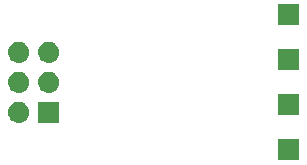
<source format=gbr>
G04 #@! TF.GenerationSoftware,KiCad,Pcbnew,5.0.1*
G04 #@! TF.CreationDate,2019-03-16T14:53:00+03:00*
G04 #@! TF.ProjectId,smartpoi,736D617274706F692E6B696361645F70,rev?*
G04 #@! TF.SameCoordinates,Original*
G04 #@! TF.FileFunction,Soldermask,Bot*
G04 #@! TF.FilePolarity,Negative*
%FSLAX46Y46*%
G04 Gerber Fmt 4.6, Leading zero omitted, Abs format (unit mm)*
G04 Created by KiCad (PCBNEW 5.0.1) date Сб 16 мар 2019 14:53:00*
%MOMM*%
%LPD*%
G01*
G04 APERTURE LIST*
%ADD10C,0.100000*%
G04 APERTURE END LIST*
D10*
G36*
X132981000Y-96151000D02*
X131179000Y-96151000D01*
X131179000Y-94349000D01*
X132981000Y-94349000D01*
X132981000Y-96151000D01*
X132981000Y-96151000D01*
G37*
G36*
X112661000Y-92976000D02*
X110859000Y-92976000D01*
X110859000Y-91174000D01*
X112661000Y-91174000D01*
X112661000Y-92976000D01*
X112661000Y-92976000D01*
G37*
G36*
X109330442Y-91180518D02*
X109396627Y-91187037D01*
X109509853Y-91221384D01*
X109566467Y-91238557D01*
X109705087Y-91312652D01*
X109722991Y-91322222D01*
X109758729Y-91351552D01*
X109860186Y-91434814D01*
X109943448Y-91536271D01*
X109972778Y-91572009D01*
X109972779Y-91572011D01*
X110056443Y-91728533D01*
X110056443Y-91728534D01*
X110107963Y-91898373D01*
X110125359Y-92075000D01*
X110107963Y-92251627D01*
X110080852Y-92341000D01*
X110056443Y-92421467D01*
X109982348Y-92560087D01*
X109972778Y-92577991D01*
X109943448Y-92613729D01*
X109860186Y-92715186D01*
X109758729Y-92798448D01*
X109722991Y-92827778D01*
X109722989Y-92827779D01*
X109566467Y-92911443D01*
X109509853Y-92928616D01*
X109396627Y-92962963D01*
X109330442Y-92969482D01*
X109264260Y-92976000D01*
X109175740Y-92976000D01*
X109109558Y-92969482D01*
X109043373Y-92962963D01*
X108930147Y-92928616D01*
X108873533Y-92911443D01*
X108717011Y-92827779D01*
X108717009Y-92827778D01*
X108681271Y-92798448D01*
X108579814Y-92715186D01*
X108496552Y-92613729D01*
X108467222Y-92577991D01*
X108457652Y-92560087D01*
X108383557Y-92421467D01*
X108359148Y-92341000D01*
X108332037Y-92251627D01*
X108314641Y-92075000D01*
X108332037Y-91898373D01*
X108383557Y-91728534D01*
X108383557Y-91728533D01*
X108467221Y-91572011D01*
X108467222Y-91572009D01*
X108496552Y-91536271D01*
X108579814Y-91434814D01*
X108681271Y-91351552D01*
X108717009Y-91322222D01*
X108734913Y-91312652D01*
X108873533Y-91238557D01*
X108930147Y-91221384D01*
X109043373Y-91187037D01*
X109109558Y-91180518D01*
X109175740Y-91174000D01*
X109264260Y-91174000D01*
X109330442Y-91180518D01*
X109330442Y-91180518D01*
G37*
G36*
X132981000Y-92341000D02*
X131179000Y-92341000D01*
X131179000Y-90539000D01*
X132981000Y-90539000D01*
X132981000Y-92341000D01*
X132981000Y-92341000D01*
G37*
G36*
X109330443Y-88640519D02*
X109396627Y-88647037D01*
X109509853Y-88681384D01*
X109566467Y-88698557D01*
X109705087Y-88772652D01*
X109722991Y-88782222D01*
X109758729Y-88811552D01*
X109860186Y-88894814D01*
X109943448Y-88996271D01*
X109972778Y-89032009D01*
X109972779Y-89032011D01*
X110056443Y-89188533D01*
X110056443Y-89188534D01*
X110107963Y-89358373D01*
X110125359Y-89535000D01*
X110107963Y-89711627D01*
X110073616Y-89824853D01*
X110056443Y-89881467D01*
X109982348Y-90020087D01*
X109972778Y-90037991D01*
X109943448Y-90073729D01*
X109860186Y-90175186D01*
X109758729Y-90258448D01*
X109722991Y-90287778D01*
X109722989Y-90287779D01*
X109566467Y-90371443D01*
X109509853Y-90388616D01*
X109396627Y-90422963D01*
X109330443Y-90429481D01*
X109264260Y-90436000D01*
X109175740Y-90436000D01*
X109109557Y-90429481D01*
X109043373Y-90422963D01*
X108930147Y-90388616D01*
X108873533Y-90371443D01*
X108717011Y-90287779D01*
X108717009Y-90287778D01*
X108681271Y-90258448D01*
X108579814Y-90175186D01*
X108496552Y-90073729D01*
X108467222Y-90037991D01*
X108457652Y-90020087D01*
X108383557Y-89881467D01*
X108366384Y-89824853D01*
X108332037Y-89711627D01*
X108314641Y-89535000D01*
X108332037Y-89358373D01*
X108383557Y-89188534D01*
X108383557Y-89188533D01*
X108467221Y-89032011D01*
X108467222Y-89032009D01*
X108496552Y-88996271D01*
X108579814Y-88894814D01*
X108681271Y-88811552D01*
X108717009Y-88782222D01*
X108734913Y-88772652D01*
X108873533Y-88698557D01*
X108930147Y-88681384D01*
X109043373Y-88647037D01*
X109109557Y-88640519D01*
X109175740Y-88634000D01*
X109264260Y-88634000D01*
X109330443Y-88640519D01*
X109330443Y-88640519D01*
G37*
G36*
X111870443Y-88640519D02*
X111936627Y-88647037D01*
X112049853Y-88681384D01*
X112106467Y-88698557D01*
X112245087Y-88772652D01*
X112262991Y-88782222D01*
X112298729Y-88811552D01*
X112400186Y-88894814D01*
X112483448Y-88996271D01*
X112512778Y-89032009D01*
X112512779Y-89032011D01*
X112596443Y-89188533D01*
X112596443Y-89188534D01*
X112647963Y-89358373D01*
X112665359Y-89535000D01*
X112647963Y-89711627D01*
X112613616Y-89824853D01*
X112596443Y-89881467D01*
X112522348Y-90020087D01*
X112512778Y-90037991D01*
X112483448Y-90073729D01*
X112400186Y-90175186D01*
X112298729Y-90258448D01*
X112262991Y-90287778D01*
X112262989Y-90287779D01*
X112106467Y-90371443D01*
X112049853Y-90388616D01*
X111936627Y-90422963D01*
X111870443Y-90429481D01*
X111804260Y-90436000D01*
X111715740Y-90436000D01*
X111649557Y-90429481D01*
X111583373Y-90422963D01*
X111470147Y-90388616D01*
X111413533Y-90371443D01*
X111257011Y-90287779D01*
X111257009Y-90287778D01*
X111221271Y-90258448D01*
X111119814Y-90175186D01*
X111036552Y-90073729D01*
X111007222Y-90037991D01*
X110997652Y-90020087D01*
X110923557Y-89881467D01*
X110906384Y-89824853D01*
X110872037Y-89711627D01*
X110854641Y-89535000D01*
X110872037Y-89358373D01*
X110923557Y-89188534D01*
X110923557Y-89188533D01*
X111007221Y-89032011D01*
X111007222Y-89032009D01*
X111036552Y-88996271D01*
X111119814Y-88894814D01*
X111221271Y-88811552D01*
X111257009Y-88782222D01*
X111274913Y-88772652D01*
X111413533Y-88698557D01*
X111470147Y-88681384D01*
X111583373Y-88647037D01*
X111649557Y-88640519D01*
X111715740Y-88634000D01*
X111804260Y-88634000D01*
X111870443Y-88640519D01*
X111870443Y-88640519D01*
G37*
G36*
X132981000Y-88531000D02*
X131179000Y-88531000D01*
X131179000Y-86729000D01*
X132981000Y-86729000D01*
X132981000Y-88531000D01*
X132981000Y-88531000D01*
G37*
G36*
X111870442Y-86100518D02*
X111936627Y-86107037D01*
X112049853Y-86141384D01*
X112106467Y-86158557D01*
X112245087Y-86232652D01*
X112262991Y-86242222D01*
X112298729Y-86271552D01*
X112400186Y-86354814D01*
X112483448Y-86456271D01*
X112512778Y-86492009D01*
X112512779Y-86492011D01*
X112596443Y-86648533D01*
X112596443Y-86648534D01*
X112647963Y-86818373D01*
X112665359Y-86995000D01*
X112647963Y-87171627D01*
X112613616Y-87284853D01*
X112596443Y-87341467D01*
X112522348Y-87480087D01*
X112512778Y-87497991D01*
X112483448Y-87533729D01*
X112400186Y-87635186D01*
X112298729Y-87718448D01*
X112262991Y-87747778D01*
X112262989Y-87747779D01*
X112106467Y-87831443D01*
X112049853Y-87848616D01*
X111936627Y-87882963D01*
X111870443Y-87889481D01*
X111804260Y-87896000D01*
X111715740Y-87896000D01*
X111649557Y-87889481D01*
X111583373Y-87882963D01*
X111470147Y-87848616D01*
X111413533Y-87831443D01*
X111257011Y-87747779D01*
X111257009Y-87747778D01*
X111221271Y-87718448D01*
X111119814Y-87635186D01*
X111036552Y-87533729D01*
X111007222Y-87497991D01*
X110997652Y-87480087D01*
X110923557Y-87341467D01*
X110906384Y-87284853D01*
X110872037Y-87171627D01*
X110854641Y-86995000D01*
X110872037Y-86818373D01*
X110923557Y-86648534D01*
X110923557Y-86648533D01*
X111007221Y-86492011D01*
X111007222Y-86492009D01*
X111036552Y-86456271D01*
X111119814Y-86354814D01*
X111221271Y-86271552D01*
X111257009Y-86242222D01*
X111274913Y-86232652D01*
X111413533Y-86158557D01*
X111470147Y-86141384D01*
X111583373Y-86107037D01*
X111649558Y-86100518D01*
X111715740Y-86094000D01*
X111804260Y-86094000D01*
X111870442Y-86100518D01*
X111870442Y-86100518D01*
G37*
G36*
X109330442Y-86100518D02*
X109396627Y-86107037D01*
X109509853Y-86141384D01*
X109566467Y-86158557D01*
X109705087Y-86232652D01*
X109722991Y-86242222D01*
X109758729Y-86271552D01*
X109860186Y-86354814D01*
X109943448Y-86456271D01*
X109972778Y-86492009D01*
X109972779Y-86492011D01*
X110056443Y-86648533D01*
X110056443Y-86648534D01*
X110107963Y-86818373D01*
X110125359Y-86995000D01*
X110107963Y-87171627D01*
X110073616Y-87284853D01*
X110056443Y-87341467D01*
X109982348Y-87480087D01*
X109972778Y-87497991D01*
X109943448Y-87533729D01*
X109860186Y-87635186D01*
X109758729Y-87718448D01*
X109722991Y-87747778D01*
X109722989Y-87747779D01*
X109566467Y-87831443D01*
X109509853Y-87848616D01*
X109396627Y-87882963D01*
X109330443Y-87889481D01*
X109264260Y-87896000D01*
X109175740Y-87896000D01*
X109109557Y-87889481D01*
X109043373Y-87882963D01*
X108930147Y-87848616D01*
X108873533Y-87831443D01*
X108717011Y-87747779D01*
X108717009Y-87747778D01*
X108681271Y-87718448D01*
X108579814Y-87635186D01*
X108496552Y-87533729D01*
X108467222Y-87497991D01*
X108457652Y-87480087D01*
X108383557Y-87341467D01*
X108366384Y-87284853D01*
X108332037Y-87171627D01*
X108314641Y-86995000D01*
X108332037Y-86818373D01*
X108383557Y-86648534D01*
X108383557Y-86648533D01*
X108467221Y-86492011D01*
X108467222Y-86492009D01*
X108496552Y-86456271D01*
X108579814Y-86354814D01*
X108681271Y-86271552D01*
X108717009Y-86242222D01*
X108734913Y-86232652D01*
X108873533Y-86158557D01*
X108930147Y-86141384D01*
X109043373Y-86107037D01*
X109109558Y-86100518D01*
X109175740Y-86094000D01*
X109264260Y-86094000D01*
X109330442Y-86100518D01*
X109330442Y-86100518D01*
G37*
G36*
X132981000Y-84721000D02*
X131179000Y-84721000D01*
X131179000Y-82919000D01*
X132981000Y-82919000D01*
X132981000Y-84721000D01*
X132981000Y-84721000D01*
G37*
M02*

</source>
